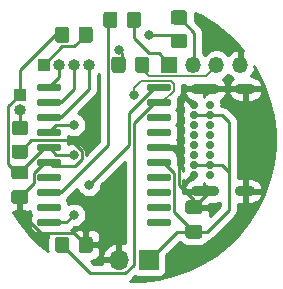
<source format=gbr>
%TF.GenerationSoftware,KiCad,Pcbnew,(5.1.7)-1*%
%TF.CreationDate,2021-06-11T01:00:18-05:00*%
%TF.ProjectId,lamp_pcb,6c616d70-5f70-4636-922e-6b696361645f,rev?*%
%TF.SameCoordinates,Original*%
%TF.FileFunction,Copper,L1,Top*%
%TF.FilePolarity,Positive*%
%FSLAX46Y46*%
G04 Gerber Fmt 4.6, Leading zero omitted, Abs format (unit mm)*
G04 Created by KiCad (PCBNEW (5.1.7)-1) date 2021-06-11 01:00:18*
%MOMM*%
%LPD*%
G01*
G04 APERTURE LIST*
%TA.AperFunction,ComponentPad*%
%ADD10O,1.000000X1.000000*%
%TD*%
%TA.AperFunction,ComponentPad*%
%ADD11R,1.000000X1.000000*%
%TD*%
%TA.AperFunction,ComponentPad*%
%ADD12O,1.350000X1.350000*%
%TD*%
%TA.AperFunction,ComponentPad*%
%ADD13R,1.350000X1.350000*%
%TD*%
%TA.AperFunction,ComponentPad*%
%ADD14O,1.700000X1.700000*%
%TD*%
%TA.AperFunction,ComponentPad*%
%ADD15R,1.700000X1.700000*%
%TD*%
%TA.AperFunction,ComponentPad*%
%ADD16O,1.700000X0.900000*%
%TD*%
%TA.AperFunction,ComponentPad*%
%ADD17O,2.400000X0.900000*%
%TD*%
%TA.AperFunction,ComponentPad*%
%ADD18C,0.700000*%
%TD*%
%TA.AperFunction,ViaPad*%
%ADD19C,0.800000*%
%TD*%
%TA.AperFunction,Conductor*%
%ADD20C,0.254000*%
%TD*%
%TA.AperFunction,Conductor*%
%ADD21C,0.153000*%
%TD*%
%TA.AperFunction,Conductor*%
%ADD22C,0.100000*%
%TD*%
G04 APERTURE END LIST*
D10*
%TO.P,J3,2*%
%TO.N,Net-(J3-Pad2)*%
X159250000Y-109220000D03*
D11*
%TO.P,J3,1*%
%TO.N,Net-(C1-Pad1)*%
X159250000Y-107950000D03*
%TD*%
D12*
%TO.P,D1,4*%
%TO.N,Net-(C1-Pad2)*%
X177900000Y-105410000D03*
%TO.P,D1,3*%
%TO.N,Net-(D1-Pad3)*%
X175900000Y-105410000D03*
%TO.P,D1,2*%
%TO.N,Net-(D1-Pad2)*%
X173900000Y-105410000D03*
D13*
%TO.P,D1,1*%
%TO.N,Net-(D1-Pad1)*%
X171900000Y-105410000D03*
%TD*%
%TO.P,R6,2*%
%TO.N,Net-(C1-Pad2)*%
%TA.AperFunction,SMDPad,CuDef*%
G36*
G01*
X164230000Y-121100001D02*
X164230000Y-120199999D01*
G75*
G02*
X164479999Y-119950000I249999J0D01*
G01*
X165180001Y-119950000D01*
G75*
G02*
X165430000Y-120199999I0J-249999D01*
G01*
X165430000Y-121100001D01*
G75*
G02*
X165180001Y-121350000I-249999J0D01*
G01*
X164479999Y-121350000D01*
G75*
G02*
X164230000Y-121100001I0J249999D01*
G01*
G37*
%TD.AperFunction*%
%TO.P,R6,1*%
%TO.N,Net-(R6-Pad1)*%
%TA.AperFunction,SMDPad,CuDef*%
G36*
G01*
X162230000Y-121100001D02*
X162230000Y-120199999D01*
G75*
G02*
X162479999Y-119950000I249999J0D01*
G01*
X163180001Y-119950000D01*
G75*
G02*
X163430000Y-120199999I0J-249999D01*
G01*
X163430000Y-121100001D01*
G75*
G02*
X163180001Y-121350000I-249999J0D01*
G01*
X162479999Y-121350000D01*
G75*
G02*
X162230000Y-121100001I0J249999D01*
G01*
G37*
%TD.AperFunction*%
%TD*%
%TO.P,R5,2*%
%TO.N,Net-(C1-Pad1)*%
%TA.AperFunction,SMDPad,CuDef*%
G36*
G01*
X163430000Y-102419999D02*
X163430000Y-103320001D01*
G75*
G02*
X163180001Y-103570000I-249999J0D01*
G01*
X162479999Y-103570000D01*
G75*
G02*
X162230000Y-103320001I0J249999D01*
G01*
X162230000Y-102419999D01*
G75*
G02*
X162479999Y-102170000I249999J0D01*
G01*
X163180001Y-102170000D01*
G75*
G02*
X163430000Y-102419999I0J-249999D01*
G01*
G37*
%TD.AperFunction*%
%TO.P,R5,1*%
%TO.N,Net-(J2-Pad1)*%
%TA.AperFunction,SMDPad,CuDef*%
G36*
G01*
X165430000Y-102419999D02*
X165430000Y-103320001D01*
G75*
G02*
X165180001Y-103570000I-249999J0D01*
G01*
X164479999Y-103570000D01*
G75*
G02*
X164230000Y-103320001I0J249999D01*
G01*
X164230000Y-102419999D01*
G75*
G02*
X164479999Y-102170000I249999J0D01*
G01*
X165180001Y-102170000D01*
G75*
G02*
X165430000Y-102419999I0J-249999D01*
G01*
G37*
%TD.AperFunction*%
%TD*%
D14*
%TO.P,J1,2*%
%TO.N,Net-(C1-Pad2)*%
X167640000Y-121920000D03*
D15*
%TO.P,J1,1*%
%TO.N,Net-(C1-Pad1)*%
X170180000Y-121920000D03*
%TD*%
D10*
%TO.P,J2,4*%
%TO.N,Net-(J2-Pad4)*%
X165100000Y-105410000D03*
%TO.P,J2,3*%
%TO.N,Net-(J2-Pad3)*%
X163830000Y-105410000D03*
%TO.P,J2,2*%
%TO.N,Net-(J2-Pad2)*%
X162560000Y-105410000D03*
D11*
%TO.P,J2,1*%
%TO.N,Net-(J2-Pad1)*%
X161290000Y-105410000D03*
%TD*%
D16*
%TO.P,P1,S1*%
%TO.N,Net-(C1-Pad2)*%
X178350000Y-107450000D03*
X178350000Y-116100000D03*
D17*
X174970000Y-107450000D03*
X174970000Y-116100000D03*
D18*
%TO.P,P1,B6*%
%TO.N,N/C*%
X175340000Y-111350000D03*
%TO.P,P1,B1*%
%TO.N,Net-(C1-Pad2)*%
X175340000Y-108800000D03*
%TO.P,P1,B4*%
%TO.N,Net-(C1-Pad1)*%
X175340000Y-109650000D03*
%TO.P,P1,B5*%
%TO.N,Net-(P1-PadB5)*%
X175340000Y-110500000D03*
%TO.P,P1,B12*%
%TO.N,Net-(C1-Pad2)*%
X175340000Y-114750000D03*
%TO.P,P1,B8*%
%TO.N,N/C*%
X175340000Y-113050000D03*
%TO.P,P1,B7*%
X175340000Y-112200000D03*
%TO.P,P1,B9*%
%TO.N,Net-(C1-Pad1)*%
X175340000Y-113900000D03*
%TO.P,P1,A12*%
%TO.N,Net-(C1-Pad2)*%
X173990000Y-108800000D03*
%TO.P,P1,A9*%
%TO.N,Net-(C1-Pad1)*%
X173990000Y-109650000D03*
%TO.P,P1,A8*%
%TO.N,N/C*%
X173990000Y-110500000D03*
%TO.P,P1,A7*%
%TO.N,Net-(P1-PadA7)*%
X173990000Y-111350000D03*
%TO.P,P1,A6*%
%TO.N,Net-(P1-PadA6)*%
X173990000Y-112200000D03*
%TO.P,P1,A5*%
%TO.N,Net-(P1-PadA5)*%
X173990000Y-113050000D03*
%TO.P,P1,A4*%
%TO.N,Net-(C1-Pad1)*%
X173990000Y-113900000D03*
%TO.P,P1,A1*%
%TO.N,Net-(C1-Pad2)*%
X173990000Y-114750000D03*
%TD*%
%TO.P,U1,20*%
%TO.N,Net-(J3-Pad2)*%
%TA.AperFunction,SMDPad,CuDef*%
G36*
G01*
X169995000Y-107465000D02*
X169995000Y-107165000D01*
G75*
G02*
X170145000Y-107015000I150000J0D01*
G01*
X171895000Y-107015000D01*
G75*
G02*
X172045000Y-107165000I0J-150000D01*
G01*
X172045000Y-107465000D01*
G75*
G02*
X171895000Y-107615000I-150000J0D01*
G01*
X170145000Y-107615000D01*
G75*
G02*
X169995000Y-107465000I0J150000D01*
G01*
G37*
%TD.AperFunction*%
%TO.P,U1,19*%
%TO.N,Net-(R6-Pad1)*%
%TA.AperFunction,SMDPad,CuDef*%
G36*
G01*
X169995000Y-108735000D02*
X169995000Y-108435000D01*
G75*
G02*
X170145000Y-108285000I150000J0D01*
G01*
X171895000Y-108285000D01*
G75*
G02*
X172045000Y-108435000I0J-150000D01*
G01*
X172045000Y-108735000D01*
G75*
G02*
X171895000Y-108885000I-150000J0D01*
G01*
X170145000Y-108885000D01*
G75*
G02*
X169995000Y-108735000I0J150000D01*
G01*
G37*
%TD.AperFunction*%
%TO.P,U1,18*%
%TO.N,Net-(U1-Pad18)*%
%TA.AperFunction,SMDPad,CuDef*%
G36*
G01*
X169995000Y-110005000D02*
X169995000Y-109705000D01*
G75*
G02*
X170145000Y-109555000I150000J0D01*
G01*
X171895000Y-109555000D01*
G75*
G02*
X172045000Y-109705000I0J-150000D01*
G01*
X172045000Y-110005000D01*
G75*
G02*
X171895000Y-110155000I-150000J0D01*
G01*
X170145000Y-110155000D01*
G75*
G02*
X169995000Y-110005000I0J150000D01*
G01*
G37*
%TD.AperFunction*%
%TO.P,U1,17*%
%TO.N,Net-(U1-Pad17)*%
%TA.AperFunction,SMDPad,CuDef*%
G36*
G01*
X169995000Y-111275000D02*
X169995000Y-110975000D01*
G75*
G02*
X170145000Y-110825000I150000J0D01*
G01*
X171895000Y-110825000D01*
G75*
G02*
X172045000Y-110975000I0J-150000D01*
G01*
X172045000Y-111275000D01*
G75*
G02*
X171895000Y-111425000I-150000J0D01*
G01*
X170145000Y-111425000D01*
G75*
G02*
X169995000Y-111275000I0J150000D01*
G01*
G37*
%TD.AperFunction*%
%TO.P,U1,16*%
%TO.N,Net-(C1-Pad2)*%
%TA.AperFunction,SMDPad,CuDef*%
G36*
G01*
X169995000Y-112545000D02*
X169995000Y-112245000D01*
G75*
G02*
X170145000Y-112095000I150000J0D01*
G01*
X171895000Y-112095000D01*
G75*
G02*
X172045000Y-112245000I0J-150000D01*
G01*
X172045000Y-112545000D01*
G75*
G02*
X171895000Y-112695000I-150000J0D01*
G01*
X170145000Y-112695000D01*
G75*
G02*
X169995000Y-112545000I0J150000D01*
G01*
G37*
%TD.AperFunction*%
%TO.P,U1,15*%
%TO.N,Net-(C1-Pad1)*%
%TA.AperFunction,SMDPad,CuDef*%
G36*
G01*
X169995000Y-113815000D02*
X169995000Y-113515000D01*
G75*
G02*
X170145000Y-113365000I150000J0D01*
G01*
X171895000Y-113365000D01*
G75*
G02*
X172045000Y-113515000I0J-150000D01*
G01*
X172045000Y-113815000D01*
G75*
G02*
X171895000Y-113965000I-150000J0D01*
G01*
X170145000Y-113965000D01*
G75*
G02*
X169995000Y-113815000I0J150000D01*
G01*
G37*
%TD.AperFunction*%
%TO.P,U1,14*%
%TO.N,Net-(U1-Pad14)*%
%TA.AperFunction,SMDPad,CuDef*%
G36*
G01*
X169995000Y-115085000D02*
X169995000Y-114785000D01*
G75*
G02*
X170145000Y-114635000I150000J0D01*
G01*
X171895000Y-114635000D01*
G75*
G02*
X172045000Y-114785000I0J-150000D01*
G01*
X172045000Y-115085000D01*
G75*
G02*
X171895000Y-115235000I-150000J0D01*
G01*
X170145000Y-115235000D01*
G75*
G02*
X169995000Y-115085000I0J150000D01*
G01*
G37*
%TD.AperFunction*%
%TO.P,U1,13*%
%TO.N,Net-(U1-Pad13)*%
%TA.AperFunction,SMDPad,CuDef*%
G36*
G01*
X169995000Y-116355000D02*
X169995000Y-116055000D01*
G75*
G02*
X170145000Y-115905000I150000J0D01*
G01*
X171895000Y-115905000D01*
G75*
G02*
X172045000Y-116055000I0J-150000D01*
G01*
X172045000Y-116355000D01*
G75*
G02*
X171895000Y-116505000I-150000J0D01*
G01*
X170145000Y-116505000D01*
G75*
G02*
X169995000Y-116355000I0J150000D01*
G01*
G37*
%TD.AperFunction*%
%TO.P,U1,12*%
%TO.N,Net-(U1-Pad12)*%
%TA.AperFunction,SMDPad,CuDef*%
G36*
G01*
X169995000Y-117625000D02*
X169995000Y-117325000D01*
G75*
G02*
X170145000Y-117175000I150000J0D01*
G01*
X171895000Y-117175000D01*
G75*
G02*
X172045000Y-117325000I0J-150000D01*
G01*
X172045000Y-117625000D01*
G75*
G02*
X171895000Y-117775000I-150000J0D01*
G01*
X170145000Y-117775000D01*
G75*
G02*
X169995000Y-117625000I0J150000D01*
G01*
G37*
%TD.AperFunction*%
%TO.P,U1,11*%
%TO.N,Net-(U1-Pad11)*%
%TA.AperFunction,SMDPad,CuDef*%
G36*
G01*
X169995000Y-118895000D02*
X169995000Y-118595000D01*
G75*
G02*
X170145000Y-118445000I150000J0D01*
G01*
X171895000Y-118445000D01*
G75*
G02*
X172045000Y-118595000I0J-150000D01*
G01*
X172045000Y-118895000D01*
G75*
G02*
X171895000Y-119045000I-150000J0D01*
G01*
X170145000Y-119045000D01*
G75*
G02*
X169995000Y-118895000I0J150000D01*
G01*
G37*
%TD.AperFunction*%
%TO.P,U1,10*%
%TO.N,Net-(J2-Pad1)*%
%TA.AperFunction,SMDPad,CuDef*%
G36*
G01*
X160695000Y-118895000D02*
X160695000Y-118595000D01*
G75*
G02*
X160845000Y-118445000I150000J0D01*
G01*
X162595000Y-118445000D01*
G75*
G02*
X162745000Y-118595000I0J-150000D01*
G01*
X162745000Y-118895000D01*
G75*
G02*
X162595000Y-119045000I-150000J0D01*
G01*
X160845000Y-119045000D01*
G75*
G02*
X160695000Y-118895000I0J150000D01*
G01*
G37*
%TD.AperFunction*%
%TO.P,U1,9*%
%TO.N,Net-(U1-Pad9)*%
%TA.AperFunction,SMDPad,CuDef*%
G36*
G01*
X160695000Y-117625000D02*
X160695000Y-117325000D01*
G75*
G02*
X160845000Y-117175000I150000J0D01*
G01*
X162595000Y-117175000D01*
G75*
G02*
X162745000Y-117325000I0J-150000D01*
G01*
X162745000Y-117625000D01*
G75*
G02*
X162595000Y-117775000I-150000J0D01*
G01*
X160845000Y-117775000D01*
G75*
G02*
X160695000Y-117625000I0J150000D01*
G01*
G37*
%TD.AperFunction*%
%TO.P,U1,8*%
%TO.N,Net-(R2-Pad2)*%
%TA.AperFunction,SMDPad,CuDef*%
G36*
G01*
X160695000Y-116355000D02*
X160695000Y-116055000D01*
G75*
G02*
X160845000Y-115905000I150000J0D01*
G01*
X162595000Y-115905000D01*
G75*
G02*
X162745000Y-116055000I0J-150000D01*
G01*
X162745000Y-116355000D01*
G75*
G02*
X162595000Y-116505000I-150000J0D01*
G01*
X160845000Y-116505000D01*
G75*
G02*
X160695000Y-116355000I0J150000D01*
G01*
G37*
%TD.AperFunction*%
%TO.P,U1,7*%
%TO.N,Net-(U1-Pad7)*%
%TA.AperFunction,SMDPad,CuDef*%
G36*
G01*
X160695000Y-115085000D02*
X160695000Y-114785000D01*
G75*
G02*
X160845000Y-114635000I150000J0D01*
G01*
X162595000Y-114635000D01*
G75*
G02*
X162745000Y-114785000I0J-150000D01*
G01*
X162745000Y-115085000D01*
G75*
G02*
X162595000Y-115235000I-150000J0D01*
G01*
X160845000Y-115235000D01*
G75*
G02*
X160695000Y-115085000I0J150000D01*
G01*
G37*
%TD.AperFunction*%
%TO.P,U1,6*%
%TO.N,Net-(C1-Pad2)*%
%TA.AperFunction,SMDPad,CuDef*%
G36*
G01*
X160695000Y-113815000D02*
X160695000Y-113515000D01*
G75*
G02*
X160845000Y-113365000I150000J0D01*
G01*
X162595000Y-113365000D01*
G75*
G02*
X162745000Y-113515000I0J-150000D01*
G01*
X162745000Y-113815000D01*
G75*
G02*
X162595000Y-113965000I-150000J0D01*
G01*
X160845000Y-113965000D01*
G75*
G02*
X160695000Y-113815000I0J150000D01*
G01*
G37*
%TD.AperFunction*%
%TO.P,U1,5*%
%TO.N,Net-(C1-Pad1)*%
%TA.AperFunction,SMDPad,CuDef*%
G36*
G01*
X160695000Y-112545000D02*
X160695000Y-112245000D01*
G75*
G02*
X160845000Y-112095000I150000J0D01*
G01*
X162595000Y-112095000D01*
G75*
G02*
X162745000Y-112245000I0J-150000D01*
G01*
X162745000Y-112545000D01*
G75*
G02*
X162595000Y-112695000I-150000J0D01*
G01*
X160845000Y-112695000D01*
G75*
G02*
X160695000Y-112545000I0J150000D01*
G01*
G37*
%TD.AperFunction*%
%TO.P,U1,4*%
%TO.N,Net-(R1-Pad2)*%
%TA.AperFunction,SMDPad,CuDef*%
G36*
G01*
X160695000Y-111275000D02*
X160695000Y-110975000D01*
G75*
G02*
X160845000Y-110825000I150000J0D01*
G01*
X162595000Y-110825000D01*
G75*
G02*
X162745000Y-110975000I0J-150000D01*
G01*
X162745000Y-111275000D01*
G75*
G02*
X162595000Y-111425000I-150000J0D01*
G01*
X160845000Y-111425000D01*
G75*
G02*
X160695000Y-111275000I0J150000D01*
G01*
G37*
%TD.AperFunction*%
%TO.P,U1,3*%
%TO.N,Net-(J2-Pad4)*%
%TA.AperFunction,SMDPad,CuDef*%
G36*
G01*
X160695000Y-110005000D02*
X160695000Y-109705000D01*
G75*
G02*
X160845000Y-109555000I150000J0D01*
G01*
X162595000Y-109555000D01*
G75*
G02*
X162745000Y-109705000I0J-150000D01*
G01*
X162745000Y-110005000D01*
G75*
G02*
X162595000Y-110155000I-150000J0D01*
G01*
X160845000Y-110155000D01*
G75*
G02*
X160695000Y-110005000I0J150000D01*
G01*
G37*
%TD.AperFunction*%
%TO.P,U1,2*%
%TO.N,Net-(J2-Pad3)*%
%TA.AperFunction,SMDPad,CuDef*%
G36*
G01*
X160695000Y-108735000D02*
X160695000Y-108435000D01*
G75*
G02*
X160845000Y-108285000I150000J0D01*
G01*
X162595000Y-108285000D01*
G75*
G02*
X162745000Y-108435000I0J-150000D01*
G01*
X162745000Y-108735000D01*
G75*
G02*
X162595000Y-108885000I-150000J0D01*
G01*
X160845000Y-108885000D01*
G75*
G02*
X160695000Y-108735000I0J150000D01*
G01*
G37*
%TD.AperFunction*%
%TO.P,U1,1*%
%TO.N,Net-(J2-Pad2)*%
%TA.AperFunction,SMDPad,CuDef*%
G36*
G01*
X160695000Y-107465000D02*
X160695000Y-107165000D01*
G75*
G02*
X160845000Y-107015000I150000J0D01*
G01*
X162595000Y-107015000D01*
G75*
G02*
X162745000Y-107165000I0J-150000D01*
G01*
X162745000Y-107465000D01*
G75*
G02*
X162595000Y-107615000I-150000J0D01*
G01*
X160845000Y-107615000D01*
G75*
G02*
X160695000Y-107465000I0J150000D01*
G01*
G37*
%TD.AperFunction*%
%TD*%
%TO.P,R4,2*%
%TO.N,Net-(C1-Pad2)*%
%TA.AperFunction,SMDPad,CuDef*%
G36*
G01*
X158799999Y-112160000D02*
X159700001Y-112160000D01*
G75*
G02*
X159950000Y-112409999I0J-249999D01*
G01*
X159950000Y-113110001D01*
G75*
G02*
X159700001Y-113360000I-249999J0D01*
G01*
X158799999Y-113360000D01*
G75*
G02*
X158550000Y-113110001I0J249999D01*
G01*
X158550000Y-112409999D01*
G75*
G02*
X158799999Y-112160000I249999J0D01*
G01*
G37*
%TD.AperFunction*%
%TO.P,R4,1*%
%TO.N,Net-(J3-Pad2)*%
%TA.AperFunction,SMDPad,CuDef*%
G36*
G01*
X158799999Y-110160000D02*
X159700001Y-110160000D01*
G75*
G02*
X159950000Y-110409999I0J-249999D01*
G01*
X159950000Y-111110001D01*
G75*
G02*
X159700001Y-111360000I-249999J0D01*
G01*
X158799999Y-111360000D01*
G75*
G02*
X158550000Y-111110001I0J249999D01*
G01*
X158550000Y-110409999D01*
G75*
G02*
X158799999Y-110160000I249999J0D01*
G01*
G37*
%TD.AperFunction*%
%TD*%
%TO.P,R3,2*%
%TO.N,Net-(J2-Pad3)*%
%TA.AperFunction,SMDPad,CuDef*%
G36*
G01*
X168200000Y-104959999D02*
X168200000Y-105860001D01*
G75*
G02*
X167950001Y-106110000I-249999J0D01*
G01*
X167249999Y-106110000D01*
G75*
G02*
X167000000Y-105860001I0J249999D01*
G01*
X167000000Y-104959999D01*
G75*
G02*
X167249999Y-104710000I249999J0D01*
G01*
X167950001Y-104710000D01*
G75*
G02*
X168200000Y-104959999I0J-249999D01*
G01*
G37*
%TD.AperFunction*%
%TO.P,R3,1*%
%TO.N,Net-(D1-Pad3)*%
%TA.AperFunction,SMDPad,CuDef*%
G36*
G01*
X170200000Y-104959999D02*
X170200000Y-105860001D01*
G75*
G02*
X169950001Y-106110000I-249999J0D01*
G01*
X169249999Y-106110000D01*
G75*
G02*
X169000000Y-105860001I0J249999D01*
G01*
X169000000Y-104959999D01*
G75*
G02*
X169249999Y-104710000I249999J0D01*
G01*
X169950001Y-104710000D01*
G75*
G02*
X170200000Y-104959999I0J-249999D01*
G01*
G37*
%TD.AperFunction*%
%TD*%
%TO.P,R2,2*%
%TO.N,Net-(R2-Pad2)*%
%TA.AperFunction,SMDPad,CuDef*%
G36*
G01*
X167510000Y-101149999D02*
X167510000Y-102050001D01*
G75*
G02*
X167260001Y-102300000I-249999J0D01*
G01*
X166559999Y-102300000D01*
G75*
G02*
X166310000Y-102050001I0J249999D01*
G01*
X166310000Y-101149999D01*
G75*
G02*
X166559999Y-100900000I249999J0D01*
G01*
X167260001Y-100900000D01*
G75*
G02*
X167510000Y-101149999I0J-249999D01*
G01*
G37*
%TD.AperFunction*%
%TO.P,R2,1*%
%TO.N,Net-(D1-Pad1)*%
%TA.AperFunction,SMDPad,CuDef*%
G36*
G01*
X169510000Y-101149999D02*
X169510000Y-102050001D01*
G75*
G02*
X169260001Y-102300000I-249999J0D01*
G01*
X168559999Y-102300000D01*
G75*
G02*
X168310000Y-102050001I0J249999D01*
G01*
X168310000Y-101149999D01*
G75*
G02*
X168559999Y-100900000I249999J0D01*
G01*
X169260001Y-100900000D01*
G75*
G02*
X169510000Y-101149999I0J-249999D01*
G01*
G37*
%TD.AperFunction*%
%TD*%
%TO.P,R1,2*%
%TO.N,Net-(R1-Pad2)*%
%TA.AperFunction,SMDPad,CuDef*%
G36*
G01*
X172269999Y-102800000D02*
X173170001Y-102800000D01*
G75*
G02*
X173420000Y-103049999I0J-249999D01*
G01*
X173420000Y-103750001D01*
G75*
G02*
X173170001Y-104000000I-249999J0D01*
G01*
X172269999Y-104000000D01*
G75*
G02*
X172020000Y-103750001I0J249999D01*
G01*
X172020000Y-103049999D01*
G75*
G02*
X172269999Y-102800000I249999J0D01*
G01*
G37*
%TD.AperFunction*%
%TO.P,R1,1*%
%TO.N,Net-(D1-Pad2)*%
%TA.AperFunction,SMDPad,CuDef*%
G36*
G01*
X172269999Y-100800000D02*
X173170001Y-100800000D01*
G75*
G02*
X173420000Y-101049999I0J-249999D01*
G01*
X173420000Y-101750001D01*
G75*
G02*
X173170001Y-102000000I-249999J0D01*
G01*
X172269999Y-102000000D01*
G75*
G02*
X172020000Y-101750001I0J249999D01*
G01*
X172020000Y-101049999D01*
G75*
G02*
X172269999Y-100800000I249999J0D01*
G01*
G37*
%TD.AperFunction*%
%TD*%
%TO.P,C2,2*%
%TO.N,Net-(C1-Pad2)*%
%TA.AperFunction,SMDPad,CuDef*%
G36*
G01*
X158775000Y-116020000D02*
X159725000Y-116020000D01*
G75*
G02*
X159975000Y-116270000I0J-250000D01*
G01*
X159975000Y-116945000D01*
G75*
G02*
X159725000Y-117195000I-250000J0D01*
G01*
X158775000Y-117195000D01*
G75*
G02*
X158525000Y-116945000I0J250000D01*
G01*
X158525000Y-116270000D01*
G75*
G02*
X158775000Y-116020000I250000J0D01*
G01*
G37*
%TD.AperFunction*%
%TO.P,C2,1*%
%TO.N,Net-(C1-Pad1)*%
%TA.AperFunction,SMDPad,CuDef*%
G36*
G01*
X158775000Y-113945000D02*
X159725000Y-113945000D01*
G75*
G02*
X159975000Y-114195000I0J-250000D01*
G01*
X159975000Y-114870000D01*
G75*
G02*
X159725000Y-115120000I-250000J0D01*
G01*
X158775000Y-115120000D01*
G75*
G02*
X158525000Y-114870000I0J250000D01*
G01*
X158525000Y-114195000D01*
G75*
G02*
X158775000Y-113945000I250000J0D01*
G01*
G37*
%TD.AperFunction*%
%TD*%
%TO.P,C1,2*%
%TO.N,Net-(C1-Pad2)*%
%TA.AperFunction,SMDPad,CuDef*%
G36*
G01*
X174465000Y-118050000D02*
X173515000Y-118050000D01*
G75*
G02*
X173265000Y-117800000I0J250000D01*
G01*
X173265000Y-117125000D01*
G75*
G02*
X173515000Y-116875000I250000J0D01*
G01*
X174465000Y-116875000D01*
G75*
G02*
X174715000Y-117125000I0J-250000D01*
G01*
X174715000Y-117800000D01*
G75*
G02*
X174465000Y-118050000I-250000J0D01*
G01*
G37*
%TD.AperFunction*%
%TO.P,C1,1*%
%TO.N,Net-(C1-Pad1)*%
%TA.AperFunction,SMDPad,CuDef*%
G36*
G01*
X174465000Y-120125000D02*
X173515000Y-120125000D01*
G75*
G02*
X173265000Y-119875000I0J250000D01*
G01*
X173265000Y-119200000D01*
G75*
G02*
X173515000Y-118950000I250000J0D01*
G01*
X174465000Y-118950000D01*
G75*
G02*
X174715000Y-119200000I0J-250000D01*
G01*
X174715000Y-119875000D01*
G75*
G02*
X174465000Y-120125000I-250000J0D01*
G01*
G37*
%TD.AperFunction*%
%TD*%
D19*
%TO.N,Net-(C1-Pad1)*%
X163830000Y-113030000D03*
%TO.N,Net-(J2-Pad3)*%
X167640000Y-104140000D03*
%TO.N,Net-(J2-Pad1)*%
X163830000Y-118110000D03*
%TO.N,Net-(J3-Pad2)*%
X165100000Y-115570000D03*
%TO.N,Net-(R1-Pad2)*%
X170180000Y-102870000D03*
X163830000Y-110490000D03*
%TO.N,Net-(R6-Pad1)*%
X168910000Y-107950000D03*
%TD*%
D20*
%TO.N,Net-(C1-Pad2)*%
X161356872Y-113665000D02*
X161720000Y-113665000D01*
X160414990Y-115442510D02*
X160414990Y-114606882D01*
X160414990Y-114606882D02*
X161356872Y-113665000D01*
X159250000Y-116607500D02*
X160414990Y-115442510D01*
X175352500Y-116100000D02*
X173990000Y-117462500D01*
X175480000Y-116100000D02*
X175352500Y-116100000D01*
X173990000Y-117462500D02*
X173990000Y-116827980D01*
X173990000Y-116827980D02*
X172732020Y-115570000D01*
X172045000Y-112395000D02*
X171020000Y-112395000D01*
X172732020Y-113082020D02*
X172045000Y-112395000D01*
X172732020Y-115570000D02*
X172732020Y-113082020D01*
X167640000Y-121920000D02*
X166100000Y-121920000D01*
X162020000Y-113965000D02*
X161720000Y-113665000D01*
X163901402Y-113965000D02*
X162020000Y-113965000D01*
X164510001Y-113356401D02*
X163901402Y-113965000D01*
X164510001Y-112703599D02*
X164510001Y-113356401D01*
X160195010Y-111814990D02*
X163621392Y-111814990D01*
X163621392Y-111814990D02*
X164510001Y-112703599D01*
X159250000Y-112760000D02*
X160195010Y-111814990D01*
X163849990Y-119669990D02*
X164830000Y-120650000D01*
X161011862Y-119669990D02*
X163849990Y-119669990D01*
X159250000Y-117908128D02*
X161011862Y-119669990D01*
X159250000Y-116607500D02*
X159250000Y-117908128D01*
%TO.N,Net-(C1-Pad1)*%
X161356872Y-112395000D02*
X161720000Y-112395000D01*
X159250000Y-114501872D02*
X161356872Y-112395000D01*
X159250000Y-114532500D02*
X159250000Y-114501872D01*
X171383128Y-113665000D02*
X171020000Y-113665000D01*
X172325010Y-114606882D02*
X171383128Y-113665000D01*
X172325010Y-117872510D02*
X172325010Y-114606882D01*
X173990000Y-119537500D02*
X172325010Y-117872510D01*
X175102500Y-119537500D02*
X176530000Y-118110000D01*
X173990000Y-119537500D02*
X175102500Y-119537500D01*
X176960010Y-117679990D02*
X176960010Y-114515036D01*
X176530000Y-118110000D02*
X176960010Y-117679990D01*
X176960010Y-110265036D02*
X176960010Y-114515036D01*
X176344974Y-109650000D02*
X176960010Y-110265036D01*
X173990000Y-109650000D02*
X176344974Y-109650000D01*
X176344974Y-113900000D02*
X176960010Y-114515036D01*
X173990000Y-113900000D02*
X176344974Y-113900000D01*
X172562500Y-119537500D02*
X170180000Y-121920000D01*
X173990000Y-119537500D02*
X172562500Y-119537500D01*
X159250000Y-105850000D02*
X159250000Y-107950000D01*
X162230000Y-102870000D02*
X159250000Y-105850000D01*
X162830000Y-102870000D02*
X162230000Y-102870000D01*
X162355000Y-113030000D02*
X161720000Y-112395000D01*
X163830000Y-113030000D02*
X162355000Y-113030000D01*
X158982500Y-114532500D02*
X159250000Y-114532500D01*
X158269990Y-113819990D02*
X158982500Y-114532500D01*
X158269990Y-108930010D02*
X158269990Y-113819990D01*
X159250000Y-107950000D02*
X158269990Y-108930010D01*
D21*
%TO.N,Net-(D1-Pad3)*%
X175031520Y-106378480D02*
X176000000Y-105410000D01*
X170178480Y-106378480D02*
X175031520Y-106378480D01*
X169910000Y-106110000D02*
X170178480Y-106378480D01*
X169910000Y-105410000D02*
X169910000Y-106110000D01*
D20*
%TO.N,Net-(D1-Pad2)*%
X174000000Y-102680000D02*
X174000000Y-105410000D01*
X172720000Y-101400000D02*
X174000000Y-102680000D01*
%TO.N,Net-(D1-Pad1)*%
X168910000Y-103140000D02*
X168910000Y-101600000D01*
X170180000Y-104410000D02*
X168910000Y-103140000D01*
X171000000Y-104410000D02*
X172000000Y-105410000D01*
X170180000Y-104410000D02*
X171000000Y-104410000D01*
%TO.N,Net-(J2-Pad4)*%
X165100000Y-107500000D02*
X165100000Y-105410000D01*
X162745000Y-109855000D02*
X165100000Y-107500000D01*
X161720000Y-109855000D02*
X162745000Y-109855000D01*
%TO.N,Net-(J2-Pad2)*%
X162256040Y-107315000D02*
X161720000Y-107315000D01*
%TO.N,Net-(J2-Pad3)*%
X167910000Y-105410000D02*
X167910000Y-104410000D01*
X167910000Y-104410000D02*
X167640000Y-104140000D01*
X167640000Y-104140000D02*
X167640000Y-104140000D01*
X163830000Y-107500000D02*
X163830000Y-105410000D01*
X162745000Y-108585000D02*
X163830000Y-107500000D01*
X161720000Y-108585000D02*
X162745000Y-108585000D01*
%TO.N,Net-(J2-Pad2)*%
X162560000Y-106475000D02*
X162560000Y-105410000D01*
X161720000Y-107315000D02*
X162560000Y-106475000D01*
%TO.N,Net-(J2-Pad1)*%
X161720000Y-118745000D02*
X163195000Y-118745000D01*
X163195000Y-118745000D02*
X163830000Y-118110000D01*
X163830000Y-118110000D02*
X163830000Y-118110000D01*
X162849990Y-103850010D02*
X161290000Y-105410000D01*
X163849990Y-103850010D02*
X162849990Y-103850010D01*
X164830000Y-102870000D02*
X163849990Y-103850010D01*
%TO.N,Net-(J3-Pad2)*%
X159250000Y-108950000D02*
X159250000Y-110760000D01*
X168502990Y-109468882D02*
X168502990Y-112167010D01*
X170656872Y-107315000D02*
X168502990Y-109468882D01*
X168502990Y-112167010D02*
X165100000Y-115570000D01*
X171020000Y-107315000D02*
X170656872Y-107315000D01*
%TO.N,Net-(R1-Pad2)*%
X170180000Y-102870000D02*
X170180000Y-102870000D01*
X162355000Y-110490000D02*
X161720000Y-111125000D01*
X163830000Y-110490000D02*
X162355000Y-110490000D01*
X172190000Y-102870000D02*
X172720000Y-103400000D01*
X170180000Y-102870000D02*
X172190000Y-102870000D01*
%TO.N,Net-(R2-Pad2)*%
X166910000Y-101600000D02*
X166370000Y-101600000D01*
X161720000Y-116205000D02*
X162745000Y-116205000D01*
X166719990Y-101790010D02*
X166719990Y-112230010D01*
X166910000Y-101600000D02*
X166719990Y-101790010D01*
X166719990Y-112230010D02*
X166145000Y-112805000D01*
X162745000Y-116205000D02*
X166145000Y-112805000D01*
%TO.N,Net-(R6-Pad1)*%
X170656872Y-108585000D02*
X171020000Y-108585000D01*
X168910000Y-110331872D02*
X170656872Y-108585000D01*
X168910000Y-122322402D02*
X168910000Y-110331872D01*
X168182401Y-123050001D02*
X168910000Y-122322402D01*
X165230001Y-123050001D02*
X168182401Y-123050001D01*
X162830000Y-120650000D02*
X165230001Y-123050001D01*
X171383128Y-108585000D02*
X171020000Y-108585000D01*
D21*
X171311710Y-108585000D02*
X171020000Y-108585000D01*
X172274510Y-107622200D02*
X171311710Y-108585000D01*
X172274510Y-107007800D02*
X172274510Y-107622200D01*
X172052200Y-106785490D02*
X172274510Y-107007800D01*
X169508825Y-106785490D02*
X172052200Y-106785490D01*
X168910000Y-107384315D02*
X169508825Y-106785490D01*
X168910000Y-107950000D02*
X168910000Y-107384315D01*
%TD*%
D20*
%TO.N,Net-(C1-Pad2)*%
X179360168Y-105984396D02*
X179941122Y-107190760D01*
X180383353Y-108454584D01*
X180681300Y-109759976D01*
X180831216Y-111090519D01*
X180831216Y-112429481D01*
X180681300Y-113760024D01*
X180383353Y-115065416D01*
X179941122Y-116329240D01*
X179360168Y-117535604D01*
X178647797Y-118669335D01*
X177812967Y-119716178D01*
X176866178Y-120662967D01*
X175819335Y-121497797D01*
X174685604Y-122210168D01*
X173479240Y-122791122D01*
X172215416Y-123233353D01*
X170910024Y-123531300D01*
X169579481Y-123681216D01*
X168614409Y-123681216D01*
X168723823Y-123591423D01*
X168747685Y-123562348D01*
X168997656Y-123312377D01*
X169085820Y-123359502D01*
X169205518Y-123395812D01*
X169330000Y-123408072D01*
X171030000Y-123408072D01*
X171154482Y-123395812D01*
X171274180Y-123359502D01*
X171384494Y-123300537D01*
X171481185Y-123221185D01*
X171560537Y-123124494D01*
X171619502Y-123014180D01*
X171655812Y-122894482D01*
X171668072Y-122770000D01*
X171668072Y-121509558D01*
X172791312Y-120386319D01*
X172887038Y-120502962D01*
X173021614Y-120613405D01*
X173175150Y-120695472D01*
X173341746Y-120746008D01*
X173515000Y-120763072D01*
X174465000Y-120763072D01*
X174638254Y-120746008D01*
X174804850Y-120695472D01*
X174958386Y-120613405D01*
X175092962Y-120502962D01*
X175203405Y-120368386D01*
X175245799Y-120289073D01*
X175251878Y-120288474D01*
X175395515Y-120244902D01*
X175527892Y-120174145D01*
X175643922Y-120078922D01*
X175667784Y-120049846D01*
X177095279Y-118622352D01*
X177095284Y-118622346D01*
X177472357Y-118245273D01*
X177501432Y-118221412D01*
X177561867Y-118147771D01*
X177596655Y-118105383D01*
X177656176Y-117994026D01*
X177667412Y-117973005D01*
X177710984Y-117829368D01*
X177722010Y-117717416D01*
X177722010Y-117717413D01*
X177725696Y-117679990D01*
X177722010Y-117642567D01*
X177722010Y-117162979D01*
X177823000Y-117185000D01*
X178223000Y-117185000D01*
X178223000Y-116227000D01*
X178477000Y-116227000D01*
X178477000Y-117185000D01*
X178877000Y-117185000D01*
X179086233Y-117139376D01*
X179282545Y-117053809D01*
X179458391Y-116931587D01*
X179607014Y-116777408D01*
X179722702Y-116597197D01*
X179794408Y-116394001D01*
X179667502Y-116227000D01*
X178477000Y-116227000D01*
X178223000Y-116227000D01*
X178203000Y-116227000D01*
X178203000Y-115973000D01*
X178223000Y-115973000D01*
X178223000Y-115015000D01*
X178477000Y-115015000D01*
X178477000Y-115973000D01*
X179667502Y-115973000D01*
X179794408Y-115805999D01*
X179722702Y-115602803D01*
X179607014Y-115422592D01*
X179458391Y-115268413D01*
X179282545Y-115146191D01*
X179086233Y-115060624D01*
X178877000Y-115015000D01*
X178477000Y-115015000D01*
X178223000Y-115015000D01*
X177823000Y-115015000D01*
X177722010Y-115037021D01*
X177722010Y-114552458D01*
X177725696Y-114515035D01*
X177722010Y-114477610D01*
X177722010Y-110302458D01*
X177725696Y-110265035D01*
X177720540Y-110212686D01*
X177710984Y-110115658D01*
X177667412Y-109972021D01*
X177596655Y-109839644D01*
X177501432Y-109723614D01*
X177472362Y-109699758D01*
X176910257Y-109137653D01*
X176886396Y-109108578D01*
X176770366Y-109013355D01*
X176637989Y-108942598D01*
X176494352Y-108899026D01*
X176382400Y-108888000D01*
X176382397Y-108888000D01*
X176344974Y-108884314D01*
X176324279Y-108886352D01*
X176325813Y-108711636D01*
X176289632Y-108521011D01*
X176243822Y-108407611D01*
X176252545Y-108403809D01*
X176428391Y-108281587D01*
X176577014Y-108127408D01*
X176692702Y-107947197D01*
X176764408Y-107744001D01*
X176905592Y-107744001D01*
X176977298Y-107947197D01*
X177092986Y-108127408D01*
X177241609Y-108281587D01*
X177417455Y-108403809D01*
X177613767Y-108489376D01*
X177823000Y-108535000D01*
X178223000Y-108535000D01*
X178223000Y-107577000D01*
X178477000Y-107577000D01*
X178477000Y-108535000D01*
X178877000Y-108535000D01*
X179086233Y-108489376D01*
X179282545Y-108403809D01*
X179458391Y-108281587D01*
X179607014Y-108127408D01*
X179722702Y-107947197D01*
X179794408Y-107744001D01*
X179667502Y-107577000D01*
X178477000Y-107577000D01*
X178223000Y-107577000D01*
X177032498Y-107577000D01*
X176905592Y-107744001D01*
X176764408Y-107744001D01*
X176637502Y-107577000D01*
X175097000Y-107577000D01*
X175097000Y-107843537D01*
X175061011Y-107850368D01*
X174881107Y-107923043D01*
X174865784Y-107931233D01*
X174849088Y-108129480D01*
X174843000Y-108123392D01*
X174843000Y-107577000D01*
X173302498Y-107577000D01*
X173175592Y-107744001D01*
X173247298Y-107947197D01*
X173362986Y-108127408D01*
X173511609Y-108281587D01*
X173687455Y-108403809D01*
X173839830Y-108470225D01*
X173990000Y-108620395D01*
X174004143Y-108606253D01*
X174062890Y-108665000D01*
X173892986Y-108665000D01*
X173711496Y-108701101D01*
X173319483Y-108309088D01*
X173121233Y-108325784D01*
X173045411Y-108504384D01*
X173005890Y-108694344D01*
X173004187Y-108888364D01*
X173040368Y-109078989D01*
X173099615Y-109225651D01*
X173042853Y-109362686D01*
X173005000Y-109552986D01*
X173005000Y-109747014D01*
X173042853Y-109937314D01*
X173099884Y-110075000D01*
X173042853Y-110212686D01*
X173005000Y-110402986D01*
X173005000Y-110597014D01*
X173042853Y-110787314D01*
X173099884Y-110925000D01*
X173042853Y-111062686D01*
X173005000Y-111252986D01*
X173005000Y-111447014D01*
X173042853Y-111637314D01*
X173099884Y-111775000D01*
X173042853Y-111912686D01*
X173005000Y-112102986D01*
X173005000Y-112297014D01*
X173042853Y-112487314D01*
X173099884Y-112625000D01*
X173042853Y-112762686D01*
X173005000Y-112952986D01*
X173005000Y-113147014D01*
X173042853Y-113337314D01*
X173099884Y-113475000D01*
X173042853Y-113612686D01*
X173005000Y-113802986D01*
X173005000Y-113997014D01*
X173042853Y-114187314D01*
X173100109Y-114325542D01*
X173062691Y-114413682D01*
X173032412Y-114313867D01*
X172961655Y-114181490D01*
X172866432Y-114065460D01*
X172837361Y-114041603D01*
X172676588Y-113880829D01*
X172683072Y-113815000D01*
X172683072Y-113515000D01*
X172667929Y-113361255D01*
X172623084Y-113213418D01*
X172551270Y-113079064D01*
X172575537Y-113049494D01*
X172634502Y-112939180D01*
X172670812Y-112819482D01*
X172683072Y-112695000D01*
X172680000Y-112680750D01*
X172521250Y-112522000D01*
X171147000Y-112522000D01*
X171147000Y-112542000D01*
X170893000Y-112542000D01*
X170893000Y-112522000D01*
X170873000Y-112522000D01*
X170873000Y-112268000D01*
X170893000Y-112268000D01*
X170893000Y-112248000D01*
X171147000Y-112248000D01*
X171147000Y-112268000D01*
X172521250Y-112268000D01*
X172680000Y-112109250D01*
X172683072Y-112095000D01*
X172670812Y-111970518D01*
X172634502Y-111850820D01*
X172575537Y-111740506D01*
X172551270Y-111710936D01*
X172623084Y-111576582D01*
X172667929Y-111428745D01*
X172683072Y-111275000D01*
X172683072Y-110975000D01*
X172667929Y-110821255D01*
X172623084Y-110673418D01*
X172550258Y-110537171D01*
X172511546Y-110490000D01*
X172550258Y-110442829D01*
X172623084Y-110306582D01*
X172667929Y-110158745D01*
X172683072Y-110005000D01*
X172683072Y-109705000D01*
X172667929Y-109551255D01*
X172623084Y-109403418D01*
X172550258Y-109267171D01*
X172511546Y-109220000D01*
X172550258Y-109172829D01*
X172623084Y-109036582D01*
X172667929Y-108888745D01*
X172683072Y-108735000D01*
X172683072Y-108435000D01*
X172667929Y-108281255D01*
X172657162Y-108245761D01*
X172752908Y-108150015D01*
X172780050Y-108127740D01*
X172802325Y-108100598D01*
X172802328Y-108100595D01*
X172866623Y-108022251D01*
X172868963Y-108019400D01*
X172935030Y-107895796D01*
X172975715Y-107761678D01*
X172986010Y-107657148D01*
X172986010Y-107657138D01*
X172989451Y-107622200D01*
X172986010Y-107587262D01*
X172986010Y-107089980D01*
X173198889Y-107089980D01*
X173175592Y-107155999D01*
X173302498Y-107323000D01*
X174843000Y-107323000D01*
X174843000Y-107303000D01*
X175097000Y-107303000D01*
X175097000Y-107323000D01*
X176637502Y-107323000D01*
X176764408Y-107155999D01*
X176692702Y-106952803D01*
X176577014Y-106772592D01*
X176428391Y-106618413D01*
X176419966Y-106612557D01*
X176520518Y-106570907D01*
X176735077Y-106427544D01*
X176906681Y-106255940D01*
X177028773Y-106388303D01*
X177236371Y-106539473D01*
X177307724Y-106572460D01*
X177241609Y-106618413D01*
X177092986Y-106772592D01*
X176977298Y-106952803D01*
X176905592Y-107155999D01*
X177032498Y-107323000D01*
X178223000Y-107323000D01*
X178223000Y-107303000D01*
X178477000Y-107303000D01*
X178477000Y-107323000D01*
X179667502Y-107323000D01*
X179794408Y-107155999D01*
X179722702Y-106952803D01*
X179607014Y-106772592D01*
X179458391Y-106618413D01*
X179282545Y-106496191D01*
X179086233Y-106410624D01*
X178877000Y-106365000D01*
X178792722Y-106365000D01*
X178945344Y-106199537D01*
X179079289Y-105980430D01*
X179167915Y-105739401D01*
X179045086Y-105537002D01*
X179079051Y-105537002D01*
X179360168Y-105984396D01*
%TA.AperFunction,Conductor*%
D22*
G36*
X179360168Y-105984396D02*
G01*
X179941122Y-107190760D01*
X180383353Y-108454584D01*
X180681300Y-109759976D01*
X180831216Y-111090519D01*
X180831216Y-112429481D01*
X180681300Y-113760024D01*
X180383353Y-115065416D01*
X179941122Y-116329240D01*
X179360168Y-117535604D01*
X178647797Y-118669335D01*
X177812967Y-119716178D01*
X176866178Y-120662967D01*
X175819335Y-121497797D01*
X174685604Y-122210168D01*
X173479240Y-122791122D01*
X172215416Y-123233353D01*
X170910024Y-123531300D01*
X169579481Y-123681216D01*
X168614409Y-123681216D01*
X168723823Y-123591423D01*
X168747685Y-123562348D01*
X168997656Y-123312377D01*
X169085820Y-123359502D01*
X169205518Y-123395812D01*
X169330000Y-123408072D01*
X171030000Y-123408072D01*
X171154482Y-123395812D01*
X171274180Y-123359502D01*
X171384494Y-123300537D01*
X171481185Y-123221185D01*
X171560537Y-123124494D01*
X171619502Y-123014180D01*
X171655812Y-122894482D01*
X171668072Y-122770000D01*
X171668072Y-121509558D01*
X172791312Y-120386319D01*
X172887038Y-120502962D01*
X173021614Y-120613405D01*
X173175150Y-120695472D01*
X173341746Y-120746008D01*
X173515000Y-120763072D01*
X174465000Y-120763072D01*
X174638254Y-120746008D01*
X174804850Y-120695472D01*
X174958386Y-120613405D01*
X175092962Y-120502962D01*
X175203405Y-120368386D01*
X175245799Y-120289073D01*
X175251878Y-120288474D01*
X175395515Y-120244902D01*
X175527892Y-120174145D01*
X175643922Y-120078922D01*
X175667784Y-120049846D01*
X177095279Y-118622352D01*
X177095284Y-118622346D01*
X177472357Y-118245273D01*
X177501432Y-118221412D01*
X177561867Y-118147771D01*
X177596655Y-118105383D01*
X177656176Y-117994026D01*
X177667412Y-117973005D01*
X177710984Y-117829368D01*
X177722010Y-117717416D01*
X177722010Y-117717413D01*
X177725696Y-117679990D01*
X177722010Y-117642567D01*
X177722010Y-117162979D01*
X177823000Y-117185000D01*
X178223000Y-117185000D01*
X178223000Y-116227000D01*
X178477000Y-116227000D01*
X178477000Y-117185000D01*
X178877000Y-117185000D01*
X179086233Y-117139376D01*
X179282545Y-117053809D01*
X179458391Y-116931587D01*
X179607014Y-116777408D01*
X179722702Y-116597197D01*
X179794408Y-116394001D01*
X179667502Y-116227000D01*
X178477000Y-116227000D01*
X178223000Y-116227000D01*
X178203000Y-116227000D01*
X178203000Y-115973000D01*
X178223000Y-115973000D01*
X178223000Y-115015000D01*
X178477000Y-115015000D01*
X178477000Y-115973000D01*
X179667502Y-115973000D01*
X179794408Y-115805999D01*
X179722702Y-115602803D01*
X179607014Y-115422592D01*
X179458391Y-115268413D01*
X179282545Y-115146191D01*
X179086233Y-115060624D01*
X178877000Y-115015000D01*
X178477000Y-115015000D01*
X178223000Y-115015000D01*
X177823000Y-115015000D01*
X177722010Y-115037021D01*
X177722010Y-114552458D01*
X177725696Y-114515035D01*
X177722010Y-114477610D01*
X177722010Y-110302458D01*
X177725696Y-110265035D01*
X177720540Y-110212686D01*
X177710984Y-110115658D01*
X177667412Y-109972021D01*
X177596655Y-109839644D01*
X177501432Y-109723614D01*
X177472362Y-109699758D01*
X176910257Y-109137653D01*
X176886396Y-109108578D01*
X176770366Y-109013355D01*
X176637989Y-108942598D01*
X176494352Y-108899026D01*
X176382400Y-108888000D01*
X176382397Y-108888000D01*
X176344974Y-108884314D01*
X176324279Y-108886352D01*
X176325813Y-108711636D01*
X176289632Y-108521011D01*
X176243822Y-108407611D01*
X176252545Y-108403809D01*
X176428391Y-108281587D01*
X176577014Y-108127408D01*
X176692702Y-107947197D01*
X176764408Y-107744001D01*
X176905592Y-107744001D01*
X176977298Y-107947197D01*
X177092986Y-108127408D01*
X177241609Y-108281587D01*
X177417455Y-108403809D01*
X177613767Y-108489376D01*
X177823000Y-108535000D01*
X178223000Y-108535000D01*
X178223000Y-107577000D01*
X178477000Y-107577000D01*
X178477000Y-108535000D01*
X178877000Y-108535000D01*
X179086233Y-108489376D01*
X179282545Y-108403809D01*
X179458391Y-108281587D01*
X179607014Y-108127408D01*
X179722702Y-107947197D01*
X179794408Y-107744001D01*
X179667502Y-107577000D01*
X178477000Y-107577000D01*
X178223000Y-107577000D01*
X177032498Y-107577000D01*
X176905592Y-107744001D01*
X176764408Y-107744001D01*
X176637502Y-107577000D01*
X175097000Y-107577000D01*
X175097000Y-107843537D01*
X175061011Y-107850368D01*
X174881107Y-107923043D01*
X174865784Y-107931233D01*
X174849088Y-108129480D01*
X174843000Y-108123392D01*
X174843000Y-107577000D01*
X173302498Y-107577000D01*
X173175592Y-107744001D01*
X173247298Y-107947197D01*
X173362986Y-108127408D01*
X173511609Y-108281587D01*
X173687455Y-108403809D01*
X173839830Y-108470225D01*
X173990000Y-108620395D01*
X174004143Y-108606253D01*
X174062890Y-108665000D01*
X173892986Y-108665000D01*
X173711496Y-108701101D01*
X173319483Y-108309088D01*
X173121233Y-108325784D01*
X173045411Y-108504384D01*
X173005890Y-108694344D01*
X173004187Y-108888364D01*
X173040368Y-109078989D01*
X173099615Y-109225651D01*
X173042853Y-109362686D01*
X173005000Y-109552986D01*
X173005000Y-109747014D01*
X173042853Y-109937314D01*
X173099884Y-110075000D01*
X173042853Y-110212686D01*
X173005000Y-110402986D01*
X173005000Y-110597014D01*
X173042853Y-110787314D01*
X173099884Y-110925000D01*
X173042853Y-111062686D01*
X173005000Y-111252986D01*
X173005000Y-111447014D01*
X173042853Y-111637314D01*
X173099884Y-111775000D01*
X173042853Y-111912686D01*
X173005000Y-112102986D01*
X173005000Y-112297014D01*
X173042853Y-112487314D01*
X173099884Y-112625000D01*
X173042853Y-112762686D01*
X173005000Y-112952986D01*
X173005000Y-113147014D01*
X173042853Y-113337314D01*
X173099884Y-113475000D01*
X173042853Y-113612686D01*
X173005000Y-113802986D01*
X173005000Y-113997014D01*
X173042853Y-114187314D01*
X173100109Y-114325542D01*
X173062691Y-114413682D01*
X173032412Y-114313867D01*
X172961655Y-114181490D01*
X172866432Y-114065460D01*
X172837361Y-114041603D01*
X172676588Y-113880829D01*
X172683072Y-113815000D01*
X172683072Y-113515000D01*
X172667929Y-113361255D01*
X172623084Y-113213418D01*
X172551270Y-113079064D01*
X172575537Y-113049494D01*
X172634502Y-112939180D01*
X172670812Y-112819482D01*
X172683072Y-112695000D01*
X172680000Y-112680750D01*
X172521250Y-112522000D01*
X171147000Y-112522000D01*
X171147000Y-112542000D01*
X170893000Y-112542000D01*
X170893000Y-112522000D01*
X170873000Y-112522000D01*
X170873000Y-112268000D01*
X170893000Y-112268000D01*
X170893000Y-112248000D01*
X171147000Y-112248000D01*
X171147000Y-112268000D01*
X172521250Y-112268000D01*
X172680000Y-112109250D01*
X172683072Y-112095000D01*
X172670812Y-111970518D01*
X172634502Y-111850820D01*
X172575537Y-111740506D01*
X172551270Y-111710936D01*
X172623084Y-111576582D01*
X172667929Y-111428745D01*
X172683072Y-111275000D01*
X172683072Y-110975000D01*
X172667929Y-110821255D01*
X172623084Y-110673418D01*
X172550258Y-110537171D01*
X172511546Y-110490000D01*
X172550258Y-110442829D01*
X172623084Y-110306582D01*
X172667929Y-110158745D01*
X172683072Y-110005000D01*
X172683072Y-109705000D01*
X172667929Y-109551255D01*
X172623084Y-109403418D01*
X172550258Y-109267171D01*
X172511546Y-109220000D01*
X172550258Y-109172829D01*
X172623084Y-109036582D01*
X172667929Y-108888745D01*
X172683072Y-108735000D01*
X172683072Y-108435000D01*
X172667929Y-108281255D01*
X172657162Y-108245761D01*
X172752908Y-108150015D01*
X172780050Y-108127740D01*
X172802325Y-108100598D01*
X172802328Y-108100595D01*
X172866623Y-108022251D01*
X172868963Y-108019400D01*
X172935030Y-107895796D01*
X172975715Y-107761678D01*
X172986010Y-107657148D01*
X172986010Y-107657138D01*
X172989451Y-107622200D01*
X172986010Y-107587262D01*
X172986010Y-107089980D01*
X173198889Y-107089980D01*
X173175592Y-107155999D01*
X173302498Y-107323000D01*
X174843000Y-107323000D01*
X174843000Y-107303000D01*
X175097000Y-107303000D01*
X175097000Y-107323000D01*
X176637502Y-107323000D01*
X176764408Y-107155999D01*
X176692702Y-106952803D01*
X176577014Y-106772592D01*
X176428391Y-106618413D01*
X176419966Y-106612557D01*
X176520518Y-106570907D01*
X176735077Y-106427544D01*
X176906681Y-106255940D01*
X177028773Y-106388303D01*
X177236371Y-106539473D01*
X177307724Y-106572460D01*
X177241609Y-106618413D01*
X177092986Y-106772592D01*
X176977298Y-106952803D01*
X176905592Y-107155999D01*
X177032498Y-107323000D01*
X178223000Y-107323000D01*
X178223000Y-107303000D01*
X178477000Y-107303000D01*
X178477000Y-107323000D01*
X179667502Y-107323000D01*
X179794408Y-107155999D01*
X179722702Y-106952803D01*
X179607014Y-106772592D01*
X179458391Y-106618413D01*
X179282545Y-106496191D01*
X179086233Y-106410624D01*
X178877000Y-106365000D01*
X178792722Y-106365000D01*
X178945344Y-106199537D01*
X179079289Y-105980430D01*
X179167915Y-105739401D01*
X179045086Y-105537002D01*
X179079051Y-105537002D01*
X179360168Y-105984396D01*
G37*
%TD.AperFunction*%
D20*
X168148000Y-120525033D02*
X168144099Y-120523175D01*
X167996890Y-120478524D01*
X167767000Y-120599845D01*
X167767000Y-121793000D01*
X167787000Y-121793000D01*
X167787000Y-122047000D01*
X167767000Y-122047000D01*
X167767000Y-122067000D01*
X167513000Y-122067000D01*
X167513000Y-122047000D01*
X166319186Y-122047000D01*
X166198519Y-122276891D01*
X166202460Y-122288001D01*
X165545632Y-122288001D01*
X165243883Y-121986253D01*
X165430000Y-121988072D01*
X165554482Y-121975812D01*
X165674180Y-121939502D01*
X165784494Y-121880537D01*
X165881185Y-121801185D01*
X165960537Y-121704494D01*
X166019502Y-121594180D01*
X166028927Y-121563109D01*
X166198519Y-121563109D01*
X166319186Y-121793000D01*
X167513000Y-121793000D01*
X167513000Y-120599845D01*
X167283110Y-120478524D01*
X167135901Y-120523175D01*
X166873080Y-120648359D01*
X166639731Y-120822412D01*
X166444822Y-121038645D01*
X166295843Y-121288748D01*
X166198519Y-121563109D01*
X166028927Y-121563109D01*
X166055812Y-121474482D01*
X166068072Y-121350000D01*
X166065000Y-120935750D01*
X165906250Y-120777000D01*
X164957000Y-120777000D01*
X164957000Y-120797000D01*
X164703000Y-120797000D01*
X164703000Y-120777000D01*
X164683000Y-120777000D01*
X164683000Y-120523000D01*
X164703000Y-120523000D01*
X164703000Y-119473750D01*
X164957000Y-119473750D01*
X164957000Y-120523000D01*
X165906250Y-120523000D01*
X166065000Y-120364250D01*
X166068072Y-119950000D01*
X166055812Y-119825518D01*
X166019502Y-119705820D01*
X165960537Y-119595506D01*
X165881185Y-119498815D01*
X165784494Y-119419463D01*
X165674180Y-119360498D01*
X165554482Y-119324188D01*
X165430000Y-119311928D01*
X165115750Y-119315000D01*
X164957000Y-119473750D01*
X164703000Y-119473750D01*
X164544250Y-119315000D01*
X164230000Y-119311928D01*
X164105518Y-119324188D01*
X163985820Y-119360498D01*
X163875506Y-119419463D01*
X163778815Y-119498815D01*
X163754637Y-119528276D01*
X163673387Y-119461595D01*
X163572102Y-119407457D01*
X163620392Y-119381645D01*
X163736422Y-119286422D01*
X163760284Y-119257346D01*
X163872630Y-119145000D01*
X163931939Y-119145000D01*
X164131898Y-119105226D01*
X164320256Y-119027205D01*
X164489774Y-118913937D01*
X164633937Y-118769774D01*
X164747205Y-118600256D01*
X164825226Y-118411898D01*
X164865000Y-118211939D01*
X164865000Y-118008061D01*
X164825226Y-117808102D01*
X164747205Y-117619744D01*
X164633937Y-117450226D01*
X164489774Y-117306063D01*
X164320256Y-117192795D01*
X164131898Y-117114774D01*
X163931939Y-117075000D01*
X163728061Y-117075000D01*
X163528102Y-117114774D01*
X163368863Y-117180734D01*
X163367929Y-117171255D01*
X163323084Y-117023418D01*
X163250258Y-116887171D01*
X163211546Y-116840000D01*
X163250258Y-116792829D01*
X163266187Y-116763029D01*
X163286422Y-116746422D01*
X163310284Y-116717346D01*
X164119699Y-115907931D01*
X164182795Y-116060256D01*
X164296063Y-116229774D01*
X164440226Y-116373937D01*
X164609744Y-116487205D01*
X164798102Y-116565226D01*
X164998061Y-116605000D01*
X165201939Y-116605000D01*
X165401898Y-116565226D01*
X165590256Y-116487205D01*
X165759774Y-116373937D01*
X165903937Y-116229774D01*
X166017205Y-116060256D01*
X166095226Y-115871898D01*
X166135000Y-115671939D01*
X166135000Y-115612630D01*
X168148001Y-113599629D01*
X168148000Y-120525033D01*
%TA.AperFunction,Conductor*%
D22*
G36*
X168148000Y-120525033D02*
G01*
X168144099Y-120523175D01*
X167996890Y-120478524D01*
X167767000Y-120599845D01*
X167767000Y-121793000D01*
X167787000Y-121793000D01*
X167787000Y-122047000D01*
X167767000Y-122047000D01*
X167767000Y-122067000D01*
X167513000Y-122067000D01*
X167513000Y-122047000D01*
X166319186Y-122047000D01*
X166198519Y-122276891D01*
X166202460Y-122288001D01*
X165545632Y-122288001D01*
X165243883Y-121986253D01*
X165430000Y-121988072D01*
X165554482Y-121975812D01*
X165674180Y-121939502D01*
X165784494Y-121880537D01*
X165881185Y-121801185D01*
X165960537Y-121704494D01*
X166019502Y-121594180D01*
X166028927Y-121563109D01*
X166198519Y-121563109D01*
X166319186Y-121793000D01*
X167513000Y-121793000D01*
X167513000Y-120599845D01*
X167283110Y-120478524D01*
X167135901Y-120523175D01*
X166873080Y-120648359D01*
X166639731Y-120822412D01*
X166444822Y-121038645D01*
X166295843Y-121288748D01*
X166198519Y-121563109D01*
X166028927Y-121563109D01*
X166055812Y-121474482D01*
X166068072Y-121350000D01*
X166065000Y-120935750D01*
X165906250Y-120777000D01*
X164957000Y-120777000D01*
X164957000Y-120797000D01*
X164703000Y-120797000D01*
X164703000Y-120777000D01*
X164683000Y-120777000D01*
X164683000Y-120523000D01*
X164703000Y-120523000D01*
X164703000Y-119473750D01*
X164957000Y-119473750D01*
X164957000Y-120523000D01*
X165906250Y-120523000D01*
X166065000Y-120364250D01*
X166068072Y-119950000D01*
X166055812Y-119825518D01*
X166019502Y-119705820D01*
X165960537Y-119595506D01*
X165881185Y-119498815D01*
X165784494Y-119419463D01*
X165674180Y-119360498D01*
X165554482Y-119324188D01*
X165430000Y-119311928D01*
X165115750Y-119315000D01*
X164957000Y-119473750D01*
X164703000Y-119473750D01*
X164544250Y-119315000D01*
X164230000Y-119311928D01*
X164105518Y-119324188D01*
X163985820Y-119360498D01*
X163875506Y-119419463D01*
X163778815Y-119498815D01*
X163754637Y-119528276D01*
X163673387Y-119461595D01*
X163572102Y-119407457D01*
X163620392Y-119381645D01*
X163736422Y-119286422D01*
X163760284Y-119257346D01*
X163872630Y-119145000D01*
X163931939Y-119145000D01*
X164131898Y-119105226D01*
X164320256Y-119027205D01*
X164489774Y-118913937D01*
X164633937Y-118769774D01*
X164747205Y-118600256D01*
X164825226Y-118411898D01*
X164865000Y-118211939D01*
X164865000Y-118008061D01*
X164825226Y-117808102D01*
X164747205Y-117619744D01*
X164633937Y-117450226D01*
X164489774Y-117306063D01*
X164320256Y-117192795D01*
X164131898Y-117114774D01*
X163931939Y-117075000D01*
X163728061Y-117075000D01*
X163528102Y-117114774D01*
X163368863Y-117180734D01*
X163367929Y-117171255D01*
X163323084Y-117023418D01*
X163250258Y-116887171D01*
X163211546Y-116840000D01*
X163250258Y-116792829D01*
X163266187Y-116763029D01*
X163286422Y-116746422D01*
X163310284Y-116717346D01*
X164119699Y-115907931D01*
X164182795Y-116060256D01*
X164296063Y-116229774D01*
X164440226Y-116373937D01*
X164609744Y-116487205D01*
X164798102Y-116565226D01*
X164998061Y-116605000D01*
X165201939Y-116605000D01*
X165401898Y-116565226D01*
X165590256Y-116487205D01*
X165759774Y-116373937D01*
X165903937Y-116229774D01*
X166017205Y-116060256D01*
X166095226Y-115871898D01*
X166135000Y-115671939D01*
X166135000Y-115612630D01*
X168148001Y-113599629D01*
X168148000Y-120525033D01*
G37*
%TD.AperFunction*%
D20*
X159377000Y-116480500D02*
X159397000Y-116480500D01*
X159397000Y-116734500D01*
X159377000Y-116734500D01*
X159377000Y-117671250D01*
X159535750Y-117830000D01*
X159975000Y-117833072D01*
X160085257Y-117822213D01*
X160116916Y-117926582D01*
X160189742Y-118062829D01*
X160228454Y-118110000D01*
X160189742Y-118157171D01*
X160116916Y-118293418D01*
X160072071Y-118441255D01*
X160056928Y-118595000D01*
X160056928Y-118895000D01*
X160072071Y-119048745D01*
X160116916Y-119196582D01*
X160189742Y-119332829D01*
X160287749Y-119452251D01*
X160407171Y-119550258D01*
X160543418Y-119623084D01*
X160691255Y-119667929D01*
X160845000Y-119683072D01*
X161760915Y-119683072D01*
X161741595Y-119706613D01*
X161659528Y-119860149D01*
X161608992Y-120026745D01*
X161591928Y-120199999D01*
X161591928Y-121100001D01*
X161599607Y-121177963D01*
X160953822Y-120662967D01*
X160007033Y-119716178D01*
X159172203Y-118669335D01*
X158646211Y-117832224D01*
X158964250Y-117830000D01*
X159123000Y-117671250D01*
X159123000Y-116734500D01*
X159103000Y-116734500D01*
X159103000Y-116480500D01*
X159123000Y-116480500D01*
X159123000Y-116460500D01*
X159377000Y-116460500D01*
X159377000Y-116480500D01*
%TA.AperFunction,Conductor*%
D22*
G36*
X159377000Y-116480500D02*
G01*
X159397000Y-116480500D01*
X159397000Y-116734500D01*
X159377000Y-116734500D01*
X159377000Y-117671250D01*
X159535750Y-117830000D01*
X159975000Y-117833072D01*
X160085257Y-117822213D01*
X160116916Y-117926582D01*
X160189742Y-118062829D01*
X160228454Y-118110000D01*
X160189742Y-118157171D01*
X160116916Y-118293418D01*
X160072071Y-118441255D01*
X160056928Y-118595000D01*
X160056928Y-118895000D01*
X160072071Y-119048745D01*
X160116916Y-119196582D01*
X160189742Y-119332829D01*
X160287749Y-119452251D01*
X160407171Y-119550258D01*
X160543418Y-119623084D01*
X160691255Y-119667929D01*
X160845000Y-119683072D01*
X161760915Y-119683072D01*
X161741595Y-119706613D01*
X161659528Y-119860149D01*
X161608992Y-120026745D01*
X161591928Y-120199999D01*
X161591928Y-121100001D01*
X161599607Y-121177963D01*
X160953822Y-120662967D01*
X160007033Y-119716178D01*
X159172203Y-118669335D01*
X158646211Y-117832224D01*
X158964250Y-117830000D01*
X159123000Y-117671250D01*
X159123000Y-116734500D01*
X159103000Y-116734500D01*
X159103000Y-116480500D01*
X159123000Y-116480500D01*
X159123000Y-116460500D01*
X159377000Y-116460500D01*
X159377000Y-116480500D01*
G37*
%TD.AperFunction*%
D20*
X176198010Y-117364360D02*
X176017654Y-117544716D01*
X176017648Y-117544721D01*
X175320314Y-118242056D01*
X175340812Y-118174482D01*
X175353072Y-118050000D01*
X175350000Y-117748250D01*
X175191250Y-117589500D01*
X174117000Y-117589500D01*
X174117000Y-117609500D01*
X173863000Y-117609500D01*
X173863000Y-117589500D01*
X173843000Y-117589500D01*
X173843000Y-117335500D01*
X173863000Y-117335500D01*
X173863000Y-117315500D01*
X174117000Y-117315500D01*
X174117000Y-117335500D01*
X175191250Y-117335500D01*
X175341750Y-117185000D01*
X175847000Y-117185000D01*
X176056233Y-117139376D01*
X176198010Y-117077579D01*
X176198010Y-117364360D01*
%TA.AperFunction,Conductor*%
D22*
G36*
X176198010Y-117364360D02*
G01*
X176017654Y-117544716D01*
X176017648Y-117544721D01*
X175320314Y-118242056D01*
X175340812Y-118174482D01*
X175353072Y-118050000D01*
X175350000Y-117748250D01*
X175191250Y-117589500D01*
X174117000Y-117589500D01*
X174117000Y-117609500D01*
X173863000Y-117609500D01*
X173863000Y-117589500D01*
X173843000Y-117589500D01*
X173843000Y-117335500D01*
X173863000Y-117335500D01*
X173863000Y-117315500D01*
X174117000Y-117315500D01*
X174117000Y-117335500D01*
X175191250Y-117335500D01*
X175341750Y-117185000D01*
X175847000Y-117185000D01*
X176056233Y-117139376D01*
X176198010Y-117077579D01*
X176198010Y-117364360D01*
G37*
%TD.AperFunction*%
D20*
X173892986Y-114885000D02*
X174062890Y-114885000D01*
X174004143Y-114943748D01*
X173990000Y-114929605D01*
X173839830Y-115079775D01*
X173687455Y-115146191D01*
X173511609Y-115268413D01*
X173362986Y-115422592D01*
X173247298Y-115602803D01*
X173175592Y-115805999D01*
X173302498Y-115973000D01*
X174843000Y-115973000D01*
X174843000Y-115426608D01*
X174849088Y-115420520D01*
X174865784Y-115618767D01*
X175044384Y-115694589D01*
X175097000Y-115705536D01*
X175097000Y-115973000D01*
X175117000Y-115973000D01*
X175117000Y-116227000D01*
X175097000Y-116227000D01*
X175097000Y-116247000D01*
X174843000Y-116247000D01*
X174843000Y-116227000D01*
X173302498Y-116227000D01*
X173294795Y-116237136D01*
X173265000Y-116236928D01*
X173140518Y-116249188D01*
X173087010Y-116265419D01*
X173087010Y-115144449D01*
X173113043Y-115208893D01*
X173121233Y-115224216D01*
X173319483Y-115240912D01*
X173711496Y-114848899D01*
X173892986Y-114885000D01*
%TA.AperFunction,Conductor*%
D22*
G36*
X173892986Y-114885000D02*
G01*
X174062890Y-114885000D01*
X174004143Y-114943748D01*
X173990000Y-114929605D01*
X173839830Y-115079775D01*
X173687455Y-115146191D01*
X173511609Y-115268413D01*
X173362986Y-115422592D01*
X173247298Y-115602803D01*
X173175592Y-115805999D01*
X173302498Y-115973000D01*
X174843000Y-115973000D01*
X174843000Y-115426608D01*
X174849088Y-115420520D01*
X174865784Y-115618767D01*
X175044384Y-115694589D01*
X175097000Y-115705536D01*
X175097000Y-115973000D01*
X175117000Y-115973000D01*
X175117000Y-116227000D01*
X175097000Y-116227000D01*
X175097000Y-116247000D01*
X174843000Y-116247000D01*
X174843000Y-116227000D01*
X173302498Y-116227000D01*
X173294795Y-116237136D01*
X173265000Y-116236928D01*
X173140518Y-116249188D01*
X173087010Y-116265419D01*
X173087010Y-115144449D01*
X173113043Y-115208893D01*
X173121233Y-115224216D01*
X173319483Y-115240912D01*
X173711496Y-114848899D01*
X173892986Y-114885000D01*
G37*
%TD.AperFunction*%
D20*
X161789716Y-113542346D02*
X161813578Y-113571422D01*
X161863859Y-113612686D01*
X161867000Y-113615264D01*
X161867000Y-113792000D01*
X161847000Y-113792000D01*
X161847000Y-113812000D01*
X161593000Y-113812000D01*
X161593000Y-113792000D01*
X161573000Y-113792000D01*
X161573000Y-113538000D01*
X161593000Y-113538000D01*
X161593000Y-113518000D01*
X161765370Y-113518000D01*
X161789716Y-113542346D01*
%TA.AperFunction,Conductor*%
D22*
G36*
X161789716Y-113542346D02*
G01*
X161813578Y-113571422D01*
X161863859Y-113612686D01*
X161867000Y-113615264D01*
X161867000Y-113792000D01*
X161847000Y-113792000D01*
X161847000Y-113812000D01*
X161593000Y-113812000D01*
X161593000Y-113792000D01*
X161573000Y-113792000D01*
X161573000Y-113538000D01*
X161593000Y-113538000D01*
X161593000Y-113518000D01*
X161765370Y-113518000D01*
X161789716Y-113542346D01*
G37*
%TD.AperFunction*%
D20*
X165957991Y-111914379D02*
X165632654Y-112239716D01*
X165632648Y-112239721D01*
X164865000Y-113007369D01*
X164865000Y-112928061D01*
X164825226Y-112728102D01*
X164747205Y-112539744D01*
X164633937Y-112370226D01*
X164489774Y-112226063D01*
X164320256Y-112112795D01*
X164131898Y-112034774D01*
X163931939Y-111995000D01*
X163728061Y-111995000D01*
X163528102Y-112034774D01*
X163368863Y-112100734D01*
X163367929Y-112091255D01*
X163323084Y-111943418D01*
X163250258Y-111807171D01*
X163211546Y-111760000D01*
X163250258Y-111712829D01*
X163323084Y-111576582D01*
X163367929Y-111428745D01*
X163368863Y-111419266D01*
X163528102Y-111485226D01*
X163728061Y-111525000D01*
X163931939Y-111525000D01*
X164131898Y-111485226D01*
X164320256Y-111407205D01*
X164489774Y-111293937D01*
X164633937Y-111149774D01*
X164747205Y-110980256D01*
X164825226Y-110791898D01*
X164865000Y-110591939D01*
X164865000Y-110388061D01*
X164825226Y-110188102D01*
X164747205Y-109999744D01*
X164633937Y-109830226D01*
X164489774Y-109686063D01*
X164320256Y-109572795D01*
X164167931Y-109509699D01*
X165612353Y-108065278D01*
X165641422Y-108041422D01*
X165687770Y-107984947D01*
X165736645Y-107925393D01*
X165777979Y-107848061D01*
X165807402Y-107793015D01*
X165850974Y-107649378D01*
X165862000Y-107537426D01*
X165862000Y-107537423D01*
X165865686Y-107500000D01*
X165862000Y-107462577D01*
X165862000Y-106253132D01*
X165957990Y-106157142D01*
X165957991Y-111914379D01*
%TA.AperFunction,Conductor*%
D22*
G36*
X165957991Y-111914379D02*
G01*
X165632654Y-112239716D01*
X165632648Y-112239721D01*
X164865000Y-113007369D01*
X164865000Y-112928061D01*
X164825226Y-112728102D01*
X164747205Y-112539744D01*
X164633937Y-112370226D01*
X164489774Y-112226063D01*
X164320256Y-112112795D01*
X164131898Y-112034774D01*
X163931939Y-111995000D01*
X163728061Y-111995000D01*
X163528102Y-112034774D01*
X163368863Y-112100734D01*
X163367929Y-112091255D01*
X163323084Y-111943418D01*
X163250258Y-111807171D01*
X163211546Y-111760000D01*
X163250258Y-111712829D01*
X163323084Y-111576582D01*
X163367929Y-111428745D01*
X163368863Y-111419266D01*
X163528102Y-111485226D01*
X163728061Y-111525000D01*
X163931939Y-111525000D01*
X164131898Y-111485226D01*
X164320256Y-111407205D01*
X164489774Y-111293937D01*
X164633937Y-111149774D01*
X164747205Y-110980256D01*
X164825226Y-110791898D01*
X164865000Y-110591939D01*
X164865000Y-110388061D01*
X164825226Y-110188102D01*
X164747205Y-109999744D01*
X164633937Y-109830226D01*
X164489774Y-109686063D01*
X164320256Y-109572795D01*
X164167931Y-109509699D01*
X165612353Y-108065278D01*
X165641422Y-108041422D01*
X165687770Y-107984947D01*
X165736645Y-107925393D01*
X165777979Y-107848061D01*
X165807402Y-107793015D01*
X165850974Y-107649378D01*
X165862000Y-107537426D01*
X165862000Y-107537423D01*
X165865686Y-107500000D01*
X165862000Y-107462577D01*
X165862000Y-106253132D01*
X165957990Y-106157142D01*
X165957991Y-111914379D01*
G37*
%TD.AperFunction*%
D20*
X159377000Y-112633000D02*
X159397000Y-112633000D01*
X159397000Y-112887000D01*
X159377000Y-112887000D01*
X159377000Y-112907000D01*
X159123000Y-112907000D01*
X159123000Y-112887000D01*
X159103000Y-112887000D01*
X159103000Y-112633000D01*
X159123000Y-112633000D01*
X159123000Y-112613000D01*
X159377000Y-112613000D01*
X159377000Y-112633000D01*
%TA.AperFunction,Conductor*%
D22*
G36*
X159377000Y-112633000D02*
G01*
X159397000Y-112633000D01*
X159397000Y-112887000D01*
X159377000Y-112887000D01*
X159377000Y-112907000D01*
X159123000Y-112907000D01*
X159123000Y-112887000D01*
X159103000Y-112887000D01*
X159103000Y-112633000D01*
X159123000Y-112633000D01*
X159123000Y-112613000D01*
X159377000Y-112613000D01*
X159377000Y-112633000D01*
G37*
%TD.AperFunction*%
D20*
X174685604Y-101309832D02*
X175819335Y-102022203D01*
X176866178Y-102857033D01*
X177812967Y-103803822D01*
X178130785Y-104202353D01*
X178027000Y-104265776D01*
X178027000Y-105283000D01*
X178047000Y-105283000D01*
X178047000Y-105537000D01*
X178027000Y-105537000D01*
X178027000Y-105557000D01*
X177773000Y-105557000D01*
X177773000Y-105537000D01*
X177753000Y-105537000D01*
X177753000Y-105283000D01*
X177773000Y-105283000D01*
X177773000Y-104265776D01*
X177570600Y-104142090D01*
X177469472Y-104172762D01*
X177236371Y-104280527D01*
X177028773Y-104431697D01*
X176906681Y-104564060D01*
X176735077Y-104392456D01*
X176520518Y-104249093D01*
X176282113Y-104150342D01*
X176029024Y-104100000D01*
X175770976Y-104100000D01*
X175517887Y-104150342D01*
X175279482Y-104249093D01*
X175064923Y-104392456D01*
X174900000Y-104557379D01*
X174762000Y-104419379D01*
X174762000Y-102717422D01*
X174765686Y-102679999D01*
X174762000Y-102642574D01*
X174750974Y-102530622D01*
X174707402Y-102386985D01*
X174636645Y-102254608D01*
X174541422Y-102138578D01*
X174512353Y-102114722D01*
X174058072Y-101660441D01*
X174058072Y-101049999D01*
X174053691Y-101005519D01*
X174685604Y-101309832D01*
%TA.AperFunction,Conductor*%
D22*
G36*
X174685604Y-101309832D02*
G01*
X175819335Y-102022203D01*
X176866178Y-102857033D01*
X177812967Y-103803822D01*
X178130785Y-104202353D01*
X178027000Y-104265776D01*
X178027000Y-105283000D01*
X178047000Y-105283000D01*
X178047000Y-105537000D01*
X178027000Y-105537000D01*
X178027000Y-105557000D01*
X177773000Y-105557000D01*
X177773000Y-105537000D01*
X177753000Y-105537000D01*
X177753000Y-105283000D01*
X177773000Y-105283000D01*
X177773000Y-104265776D01*
X177570600Y-104142090D01*
X177469472Y-104172762D01*
X177236371Y-104280527D01*
X177028773Y-104431697D01*
X176906681Y-104564060D01*
X176735077Y-104392456D01*
X176520518Y-104249093D01*
X176282113Y-104150342D01*
X176029024Y-104100000D01*
X175770976Y-104100000D01*
X175517887Y-104150342D01*
X175279482Y-104249093D01*
X175064923Y-104392456D01*
X174900000Y-104557379D01*
X174762000Y-104419379D01*
X174762000Y-102717422D01*
X174765686Y-102679999D01*
X174762000Y-102642574D01*
X174750974Y-102530622D01*
X174707402Y-102386985D01*
X174636645Y-102254608D01*
X174541422Y-102138578D01*
X174512353Y-102114722D01*
X174058072Y-101660441D01*
X174058072Y-101049999D01*
X174053691Y-101005519D01*
X174685604Y-101309832D01*
G37*
%TD.AperFunction*%
%TD*%
M02*

</source>
